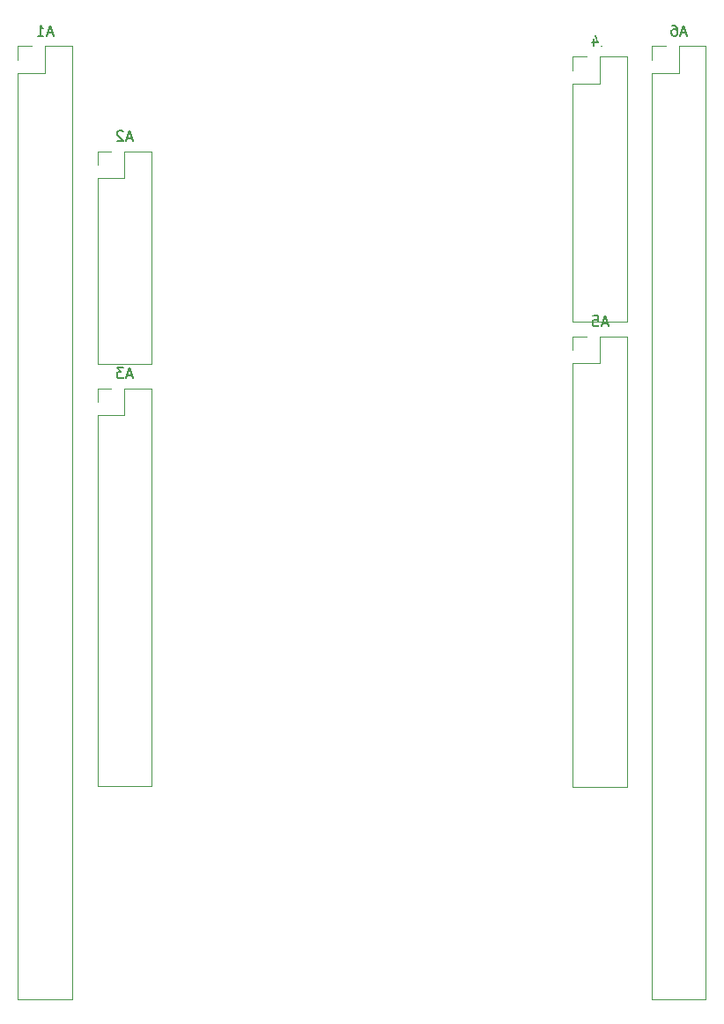
<source format=gbo>
G04 #@! TF.GenerationSoftware,KiCad,Pcbnew,(5.1.2)-1*
G04 #@! TF.CreationDate,2020-04-24T17:20:08+09:00*
G04 #@! TF.ProjectId,ns,6e732e6b-6963-4616-945f-706362585858,v1.0*
G04 #@! TF.SameCoordinates,Original*
G04 #@! TF.FileFunction,Legend,Bot*
G04 #@! TF.FilePolarity,Positive*
%FSLAX46Y46*%
G04 Gerber Fmt 4.6, Leading zero omitted, Abs format (unit mm)*
G04 Created by KiCad (PCBNEW (5.1.2)-1) date 2020-04-24 17:20:08*
%MOMM*%
%LPD*%
G04 APERTURE LIST*
%ADD10C,0.120000*%
%ADD11C,0.150000*%
%ADD12O,1.802000X1.802000*%
%ADD13R,1.802000X1.802000*%
%ADD14C,3.302000*%
G04 APERTURE END LIST*
D10*
X174200000Y-58770000D02*
X172870000Y-58770000D01*
X172870000Y-58770000D02*
X172870000Y-60100000D01*
X175470000Y-58770000D02*
X175470000Y-61370000D01*
X175470000Y-61370000D02*
X172870000Y-61370000D01*
X172870000Y-61370000D02*
X172870000Y-150330000D01*
X178070000Y-150330000D02*
X172870000Y-150330000D01*
X178070000Y-58770000D02*
X178070000Y-150330000D01*
X178070000Y-58770000D02*
X175470000Y-58770000D01*
X166600000Y-86670000D02*
X165270000Y-86670000D01*
X165270000Y-86670000D02*
X165270000Y-88000000D01*
X167870000Y-86670000D02*
X167870000Y-89270000D01*
X167870000Y-89270000D02*
X165270000Y-89270000D01*
X165270000Y-89270000D02*
X165270000Y-129970000D01*
X170470000Y-129970000D02*
X165270000Y-129970000D01*
X170470000Y-86670000D02*
X170470000Y-129970000D01*
X170470000Y-86670000D02*
X167870000Y-86670000D01*
X166600000Y-59770000D02*
X165270000Y-59770000D01*
X165270000Y-59770000D02*
X165270000Y-61100000D01*
X167870000Y-59770000D02*
X167870000Y-62370000D01*
X167870000Y-62370000D02*
X165270000Y-62370000D01*
X165270000Y-62370000D02*
X165270000Y-85290000D01*
X170470000Y-85290000D02*
X165270000Y-85290000D01*
X170470000Y-59770000D02*
X170470000Y-85290000D01*
X170470000Y-59770000D02*
X167870000Y-59770000D01*
X120900000Y-91670000D02*
X119570000Y-91670000D01*
X119570000Y-91670000D02*
X119570000Y-93000000D01*
X122170000Y-91670000D02*
X122170000Y-94270000D01*
X122170000Y-94270000D02*
X119570000Y-94270000D01*
X119570000Y-94270000D02*
X119570000Y-129890000D01*
X124770000Y-129890000D02*
X119570000Y-129890000D01*
X124770000Y-91670000D02*
X124770000Y-129890000D01*
X124770000Y-91670000D02*
X122170000Y-91670000D01*
X120900000Y-68890000D02*
X119570000Y-68890000D01*
X119570000Y-68890000D02*
X119570000Y-70220000D01*
X122170000Y-68890000D02*
X122170000Y-71490000D01*
X122170000Y-71490000D02*
X119570000Y-71490000D01*
X119570000Y-71490000D02*
X119570000Y-89330000D01*
X124770000Y-89330000D02*
X119570000Y-89330000D01*
X124770000Y-68890000D02*
X124770000Y-89330000D01*
X124770000Y-68890000D02*
X122170000Y-68890000D01*
X113260000Y-58770000D02*
X111930000Y-58770000D01*
X111930000Y-58770000D02*
X111930000Y-60100000D01*
X114530000Y-58770000D02*
X114530000Y-61370000D01*
X114530000Y-61370000D02*
X111930000Y-61370000D01*
X111930000Y-61370000D02*
X111930000Y-150330000D01*
X117130000Y-150330000D02*
X111930000Y-150330000D01*
X117130000Y-58770000D02*
X117130000Y-150330000D01*
X117130000Y-58770000D02*
X114530000Y-58770000D01*
D11*
X176184285Y-57496666D02*
X175708095Y-57496666D01*
X176279523Y-57782380D02*
X175946190Y-56782380D01*
X175612857Y-57782380D01*
X174850952Y-56782380D02*
X175041428Y-56782380D01*
X175136666Y-56830000D01*
X175184285Y-56877619D01*
X175279523Y-57020476D01*
X175327142Y-57210952D01*
X175327142Y-57591904D01*
X175279523Y-57687142D01*
X175231904Y-57734761D01*
X175136666Y-57782380D01*
X174946190Y-57782380D01*
X174850952Y-57734761D01*
X174803333Y-57687142D01*
X174755714Y-57591904D01*
X174755714Y-57353809D01*
X174803333Y-57258571D01*
X174850952Y-57210952D01*
X174946190Y-57163333D01*
X175136666Y-57163333D01*
X175231904Y-57210952D01*
X175279523Y-57258571D01*
X175327142Y-57353809D01*
X168584285Y-85396666D02*
X168108095Y-85396666D01*
X168679523Y-85682380D02*
X168346190Y-84682380D01*
X168012857Y-85682380D01*
X167203333Y-84682380D02*
X167679523Y-84682380D01*
X167727142Y-85158571D01*
X167679523Y-85110952D01*
X167584285Y-85063333D01*
X167346190Y-85063333D01*
X167250952Y-85110952D01*
X167203333Y-85158571D01*
X167155714Y-85253809D01*
X167155714Y-85491904D01*
X167203333Y-85587142D01*
X167250952Y-85634761D01*
X167346190Y-85682380D01*
X167584285Y-85682380D01*
X167679523Y-85634761D01*
X167727142Y-85587142D01*
X168584285Y-58496666D02*
X168108095Y-58496666D01*
X168679523Y-58782380D02*
X168346190Y-57782380D01*
X168012857Y-58782380D01*
X167250952Y-58115714D02*
X167250952Y-58782380D01*
X167489047Y-57734761D02*
X167727142Y-58449047D01*
X167108095Y-58449047D01*
X122884285Y-90396666D02*
X122408095Y-90396666D01*
X122979523Y-90682380D02*
X122646190Y-89682380D01*
X122312857Y-90682380D01*
X122074761Y-89682380D02*
X121455714Y-89682380D01*
X121789047Y-90063333D01*
X121646190Y-90063333D01*
X121550952Y-90110952D01*
X121503333Y-90158571D01*
X121455714Y-90253809D01*
X121455714Y-90491904D01*
X121503333Y-90587142D01*
X121550952Y-90634761D01*
X121646190Y-90682380D01*
X121931904Y-90682380D01*
X122027142Y-90634761D01*
X122074761Y-90587142D01*
X122884285Y-67616666D02*
X122408095Y-67616666D01*
X122979523Y-67902380D02*
X122646190Y-66902380D01*
X122312857Y-67902380D01*
X122027142Y-66997619D02*
X121979523Y-66950000D01*
X121884285Y-66902380D01*
X121646190Y-66902380D01*
X121550952Y-66950000D01*
X121503333Y-66997619D01*
X121455714Y-67092857D01*
X121455714Y-67188095D01*
X121503333Y-67330952D01*
X122074761Y-67902380D01*
X121455714Y-67902380D01*
X115244285Y-57496666D02*
X114768095Y-57496666D01*
X115339523Y-57782380D02*
X115006190Y-56782380D01*
X114672857Y-57782380D01*
X113815714Y-57782380D02*
X114387142Y-57782380D01*
X114101428Y-57782380D02*
X114101428Y-56782380D01*
X114196666Y-56925238D01*
X114291904Y-57020476D01*
X114387142Y-57068095D01*
%LPC*%
D12*
X176740000Y-149000000D03*
X174200000Y-149000000D03*
X176740000Y-146460000D03*
X174200000Y-146460000D03*
X176740000Y-143920000D03*
X174200000Y-143920000D03*
X176740000Y-141380000D03*
X174200000Y-141380000D03*
X176740000Y-138840000D03*
X174200000Y-138840000D03*
X176740000Y-136300000D03*
X174200000Y-136300000D03*
X176740000Y-133760000D03*
X174200000Y-133760000D03*
X176740000Y-131220000D03*
X174200000Y-131220000D03*
X176740000Y-128680000D03*
X174200000Y-128680000D03*
X176740000Y-126140000D03*
X174200000Y-126140000D03*
X176740000Y-123600000D03*
X174200000Y-123600000D03*
X176740000Y-121060000D03*
X174200000Y-121060000D03*
X176740000Y-118520000D03*
X174200000Y-118520000D03*
X176740000Y-115980000D03*
X174200000Y-115980000D03*
X176740000Y-113440000D03*
X174200000Y-113440000D03*
X176740000Y-110900000D03*
X174200000Y-110900000D03*
X176740000Y-108360000D03*
X174200000Y-108360000D03*
X176740000Y-105820000D03*
X174200000Y-105820000D03*
X176740000Y-103280000D03*
X174200000Y-103280000D03*
X176740000Y-100740000D03*
X174200000Y-100740000D03*
X176740000Y-98200000D03*
X174200000Y-98200000D03*
X176740000Y-95660000D03*
X174200000Y-95660000D03*
X176740000Y-93120000D03*
X174200000Y-93120000D03*
X176740000Y-90580000D03*
X174200000Y-90580000D03*
X176740000Y-88040000D03*
X174200000Y-88040000D03*
X176740000Y-85500000D03*
X174200000Y-85500000D03*
X176740000Y-82960000D03*
X174200000Y-82960000D03*
X176740000Y-80420000D03*
X174200000Y-80420000D03*
X176740000Y-77880000D03*
X174200000Y-77880000D03*
X176740000Y-75340000D03*
X174200000Y-75340000D03*
X176740000Y-72800000D03*
X174200000Y-72800000D03*
X176740000Y-70260000D03*
X174200000Y-70260000D03*
X176740000Y-67720000D03*
X174200000Y-67720000D03*
X176740000Y-65180000D03*
X174200000Y-65180000D03*
X176740000Y-62640000D03*
X174200000Y-62640000D03*
X176740000Y-60100000D03*
D13*
X174200000Y-60100000D03*
D12*
X169140000Y-128640000D03*
X166600000Y-128640000D03*
X169140000Y-126100000D03*
X166600000Y-126100000D03*
X169140000Y-123560000D03*
X166600000Y-123560000D03*
X169140000Y-121020000D03*
X166600000Y-121020000D03*
X169140000Y-118480000D03*
X166600000Y-118480000D03*
X169140000Y-115940000D03*
X166600000Y-115940000D03*
X169140000Y-113400000D03*
X166600000Y-113400000D03*
X169140000Y-110860000D03*
X166600000Y-110860000D03*
X169140000Y-108320000D03*
X166600000Y-108320000D03*
X169140000Y-105780000D03*
X166600000Y-105780000D03*
X169140000Y-103240000D03*
X166600000Y-103240000D03*
X169140000Y-100700000D03*
X166600000Y-100700000D03*
X169140000Y-98160000D03*
X166600000Y-98160000D03*
X169140000Y-95620000D03*
X166600000Y-95620000D03*
X169140000Y-93080000D03*
X166600000Y-93080000D03*
X169140000Y-90540000D03*
X166600000Y-90540000D03*
X169140000Y-88000000D03*
D13*
X166600000Y-88000000D03*
D12*
X169140000Y-83960000D03*
X166600000Y-83960000D03*
X169140000Y-81420000D03*
X166600000Y-81420000D03*
X169140000Y-78880000D03*
X166600000Y-78880000D03*
X169140000Y-76340000D03*
X166600000Y-76340000D03*
X169140000Y-73800000D03*
X166600000Y-73800000D03*
X169140000Y-71260000D03*
X166600000Y-71260000D03*
X169140000Y-68720000D03*
X166600000Y-68720000D03*
X169140000Y-66180000D03*
X166600000Y-66180000D03*
X169140000Y-63640000D03*
X166600000Y-63640000D03*
X169140000Y-61100000D03*
D13*
X166600000Y-61100000D03*
D12*
X123440000Y-128560000D03*
X120900000Y-128560000D03*
X123440000Y-126020000D03*
X120900000Y-126020000D03*
X123440000Y-123480000D03*
X120900000Y-123480000D03*
X123440000Y-120940000D03*
X120900000Y-120940000D03*
X123440000Y-118400000D03*
X120900000Y-118400000D03*
X123440000Y-115860000D03*
X120900000Y-115860000D03*
X123440000Y-113320000D03*
X120900000Y-113320000D03*
X123440000Y-110780000D03*
X120900000Y-110780000D03*
X123440000Y-108240000D03*
X120900000Y-108240000D03*
X123440000Y-105700000D03*
X120900000Y-105700000D03*
X123440000Y-103160000D03*
X120900000Y-103160000D03*
X123440000Y-100620000D03*
X120900000Y-100620000D03*
X123440000Y-98080000D03*
X120900000Y-98080000D03*
X123440000Y-95540000D03*
X120900000Y-95540000D03*
X123440000Y-93000000D03*
D13*
X120900000Y-93000000D03*
D12*
X123440000Y-88000000D03*
X120900000Y-88000000D03*
X123440000Y-85460000D03*
X120900000Y-85460000D03*
X123440000Y-82920000D03*
X120900000Y-82920000D03*
X123440000Y-80380000D03*
X120900000Y-80380000D03*
X123440000Y-77840000D03*
X120900000Y-77840000D03*
X123440000Y-75300000D03*
X120900000Y-75300000D03*
X123440000Y-72760000D03*
X120900000Y-72760000D03*
X123440000Y-70220000D03*
D13*
X120900000Y-70220000D03*
D12*
X115800000Y-149000000D03*
X113260000Y-149000000D03*
X115800000Y-146460000D03*
X113260000Y-146460000D03*
X115800000Y-143920000D03*
X113260000Y-143920000D03*
X115800000Y-141380000D03*
X113260000Y-141380000D03*
X115800000Y-138840000D03*
X113260000Y-138840000D03*
X115800000Y-136300000D03*
X113260000Y-136300000D03*
X115800000Y-133760000D03*
X113260000Y-133760000D03*
X115800000Y-131220000D03*
X113260000Y-131220000D03*
X115800000Y-128680000D03*
X113260000Y-128680000D03*
X115800000Y-126140000D03*
X113260000Y-126140000D03*
X115800000Y-123600000D03*
X113260000Y-123600000D03*
X115800000Y-121060000D03*
X113260000Y-121060000D03*
X115800000Y-118520000D03*
X113260000Y-118520000D03*
X115800000Y-115980000D03*
X113260000Y-115980000D03*
X115800000Y-113440000D03*
X113260000Y-113440000D03*
X115800000Y-110900000D03*
X113260000Y-110900000D03*
X115800000Y-108360000D03*
X113260000Y-108360000D03*
X115800000Y-105820000D03*
X113260000Y-105820000D03*
X115800000Y-103280000D03*
X113260000Y-103280000D03*
X115800000Y-100740000D03*
X113260000Y-100740000D03*
X115800000Y-98200000D03*
X113260000Y-98200000D03*
X115800000Y-95660000D03*
X113260000Y-95660000D03*
X115800000Y-93120000D03*
X113260000Y-93120000D03*
X115800000Y-90580000D03*
X113260000Y-90580000D03*
X115800000Y-88040000D03*
X113260000Y-88040000D03*
X115800000Y-85500000D03*
X113260000Y-85500000D03*
X115800000Y-82960000D03*
X113260000Y-82960000D03*
X115800000Y-80420000D03*
X113260000Y-80420000D03*
X115800000Y-77880000D03*
X113260000Y-77880000D03*
X115800000Y-75340000D03*
X113260000Y-75340000D03*
X115800000Y-72800000D03*
X113260000Y-72800000D03*
X115800000Y-70260000D03*
X113260000Y-70260000D03*
X115800000Y-67720000D03*
X113260000Y-67720000D03*
X115800000Y-65180000D03*
X113260000Y-65180000D03*
X115800000Y-62640000D03*
X113260000Y-62640000D03*
X115800000Y-60100000D03*
D13*
X113260000Y-60100000D03*
D14*
X167900000Y-132500000D03*
X153900000Y-108300000D03*
X122100000Y-132400000D03*
X169100000Y-57500000D03*
X120900000Y-56200000D03*
M02*

</source>
